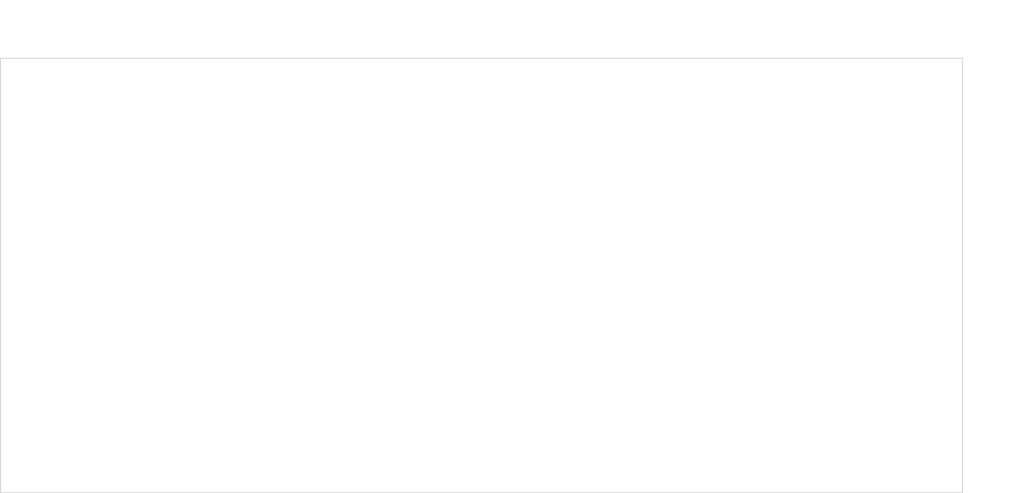
<source format=kicad_pcb>
(kicad_pcb (version 20221018) (generator pcbnew)

  (general
    (thickness 1.6)
  )

  (paper "A4")
  (layers
    (0 "F.Cu" signal)
    (31 "B.Cu" signal)
    (32 "B.Adhes" user "B.Adhesive")
    (33 "F.Adhes" user "F.Adhesive")
    (34 "B.Paste" user)
    (35 "F.Paste" user)
    (36 "B.SilkS" user "B.Silkscreen")
    (37 "F.SilkS" user "F.Silkscreen")
    (38 "B.Mask" user)
    (39 "F.Mask" user)
    (40 "Dwgs.User" user "User.Drawings")
    (41 "Cmts.User" user "User.Comments")
    (42 "Eco1.User" user "User.Eco1")
    (43 "Eco2.User" user "User.Eco2")
    (44 "Edge.Cuts" user)
    (45 "Margin" user)
    (46 "B.CrtYd" user "B.Courtyard")
    (47 "F.CrtYd" user "F.Courtyard")
    (48 "B.Fab" user)
    (49 "F.Fab" user)
  )

  (setup
    (pad_to_mask_clearance 0.051)
    (solder_mask_min_width 0.25)
    (pcbplotparams
      (layerselection 0x00010fc_ffffffff)
      (plot_on_all_layers_selection 0x0000000_00000000)
      (disableapertmacros false)
      (usegerberextensions false)
      (usegerberattributes false)
      (usegerberadvancedattributes false)
      (creategerberjobfile false)
      (dashed_line_dash_ratio 12.000000)
      (dashed_line_gap_ratio 3.000000)
      (svgprecision 4)
      (plotframeref false)
      (viasonmask false)
      (mode 1)
      (useauxorigin false)
      (hpglpennumber 1)
      (hpglpenspeed 20)
      (hpglpendiameter 15.000000)
      (dxfpolygonmode true)
      (dxfimperialunits true)
      (dxfusepcbnewfont true)
      (psnegative false)
      (psa4output false)
      (plotreference true)
      (plotvalue true)
      (plotinvisibletext false)
      (sketchpadsonfab false)
      (subtractmaskfromsilk false)
      (outputformat 1)
      (mirror false)
      (drillshape 1)
      (scaleselection 1)
      (outputdirectory "")
    )
  )

  (net 0 "")

  (gr_line (start 266.837617 147.276961) (end 266.837617 123.084396)
    (stroke (width 0.2) (type solid)) (layer "Dwgs.User") (tstamp 014a9d96-6104-4103-b317-593708e16725))
  (gr_line (start 266.837617 52.276961) (end 266.837617 115.969525)
    (stroke (width 0.2) (type solid)) (layer "Dwgs.User") (tstamp 237295b1-a5cf-44ff-90a2-99e1c28d4323))
  (gr_line (start 254.837617 40.276961) (end 222.042631 40.276961)
    (stroke (width 0.2) (type solid)) (layer "Dwgs.User") (tstamp 5e4bf26e-6829-4e13-88b2-dc9b2b26dde8))
  (gr_line (start 257.837617 50.276961) (end 270.012617 50.276961)
    (stroke (width 0.2) (type solid)) (layer "Dwgs.User") (tstamp 5e7f4a71-5770-4e48-b3ab-ded704d3c40b))
  (gr_line (start 257.837617 149.276961) (end 270.012617 149.276961)
    (stroke (width 0.2) (type solid)) (layer "Dwgs.User") (tstamp 6037b87b-8887-4a51-9a3b-1f9d5cc41e6b))
  (gr_line (start 39.837617 40.276961) (end 212.632604 40.276961)
    (stroke (width 0.2) (type solid)) (layer "Dwgs.User") (tstamp 9252b651-212f-403f-ac50-6217941d9050))
  (gr_line (start 37.837617 49.276961) (end 37.837617 37.101961)
    (stroke (width 0.2) (type solid)) (layer "Dwgs.User") (tstamp b68790a4-1f41-43de-a0c9-9547d7c2502c))
  (gr_line (start 256.837617 49.276961) (end 256.837617 37.101961)
    (stroke (width 0.2) (type solid)) (layer "Dwgs.User") (tstamp dd26080e-7833-483c-bf23-06aff38b5690))
  (gr_line (start 256.837617 50.276961) (end 37.837617 50.276961)
    (stroke (width 0.2) (type solid)) (layer "Edge.Cuts") (tstamp 3c603e33-975f-40f3-9a46-2b460482a422))
  (gr_line (start 37.837617 50.276961) (end 37.837617 149.276961)
    (stroke (width 0.2) (type solid)) (layer "Edge.Cuts") (tstamp 7e2a18bc-4d42-4cb9-b126-c73232b8c2f5))
  (gr_line (start 256.837617 149.276961) (end 256.837617 50.276961)
    (stroke (width 0.2) (type solid)) (layer "Edge.Cuts") (tstamp 905f35fe-ecf4-4af4-8afe-a47ca8eeef19))
  (gr_line (start 37.837617 149.276961) (end 256.837617 149.276961)
    (stroke (width 0.2) (type solid)) (layer "Edge.Cuts") (tstamp 943a9253-1087-4086-8bfa-9938ad7c9899))
  (gr_text " 99.00" (at 266.837617 117.858987) (layer "Dwgs.User") (tstamp 2a3a095f-1c8b-4b18-bb31-e81a3c8704b3)
    (effects (font (size 1.7 1.53) (thickness 0.2125)))
  )
  (gr_text "[8.62]" (at 217.337617 42.166422) (layer "Dwgs.User") (tstamp 58449942-3526-4a2b-b460-2c47ff6cda50)
    (effects (font (size 1.7 1.53) (thickness 0.2125)))
  )
  (gr_text " 219.00" (at 217.337617 38.608987) (layer "Dwgs.User") (tstamp 846ca0bc-a41f-4959-ba9e-15ff98e1cab6)
    (effects (font (size 1.7 1.53) (thickness 0.2125)))
  )
  (gr_text "[3.90]" (at 266.837617 121.416422) (layer "Dwgs.User") (tstamp 9ef1b733-0c32-4a31-869a-bf2a7e97043f)
    (effects (font (size 1.7 1.53) (thickness 0.2125)))
  )

)

</source>
